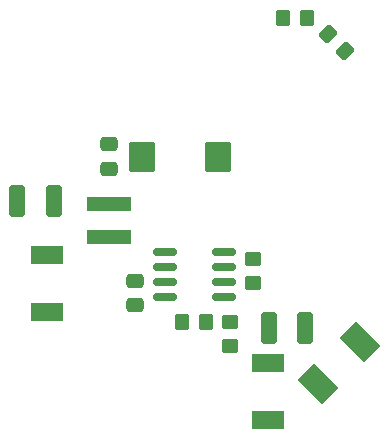
<source format=gbr>
%TF.GenerationSoftware,KiCad,Pcbnew,(6.0.9)*%
%TF.CreationDate,2024-03-01T19:09:02+01:00*%
%TF.ProjectId,HMW-IO-12-FM,484d572d-494f-42d3-9132-2d464d2e6b69,rev?*%
%TF.SameCoordinates,Original*%
%TF.FileFunction,Paste,Top*%
%TF.FilePolarity,Positive*%
%FSLAX46Y46*%
G04 Gerber Fmt 4.6, Leading zero omitted, Abs format (unit mm)*
G04 Created by KiCad (PCBNEW (6.0.9)) date 2024-03-01 19:09:02*
%MOMM*%
%LPD*%
G01*
G04 APERTURE LIST*
G04 Aperture macros list*
%AMRoundRect*
0 Rectangle with rounded corners*
0 $1 Rounding radius*
0 $2 $3 $4 $5 $6 $7 $8 $9 X,Y pos of 4 corners*
0 Add a 4 corners polygon primitive as box body*
4,1,4,$2,$3,$4,$5,$6,$7,$8,$9,$2,$3,0*
0 Add four circle primitives for the rounded corners*
1,1,$1+$1,$2,$3*
1,1,$1+$1,$4,$5*
1,1,$1+$1,$6,$7*
1,1,$1+$1,$8,$9*
0 Add four rect primitives between the rounded corners*
20,1,$1+$1,$2,$3,$4,$5,0*
20,1,$1+$1,$4,$5,$6,$7,0*
20,1,$1+$1,$6,$7,$8,$9,0*
20,1,$1+$1,$8,$9,$2,$3,0*%
%AMRotRect*
0 Rectangle, with rotation*
0 The origin of the aperture is its center*
0 $1 length*
0 $2 width*
0 $3 Rotation angle, in degrees counterclockwise*
0 Add horizontal line*
21,1,$1,$2,0,0,$3*%
G04 Aperture macros list end*
%ADD10RotRect,2.020000X2.950000X225.000000*%
%ADD11R,2.700000X1.500000*%
%ADD12RoundRect,0.250000X-0.548008X-0.088388X-0.088388X-0.548008X0.548008X0.088388X0.088388X0.548008X0*%
%ADD13RoundRect,0.250000X-0.475000X0.337500X-0.475000X-0.337500X0.475000X-0.337500X0.475000X0.337500X0*%
%ADD14R,3.700000X1.200000*%
%ADD15RoundRect,0.250000X0.450000X-0.350000X0.450000X0.350000X-0.450000X0.350000X-0.450000X-0.350000X0*%
%ADD16RoundRect,0.250000X-0.350000X-0.450000X0.350000X-0.450000X0.350000X0.450000X-0.350000X0.450000X0*%
%ADD17RoundRect,0.250000X-0.875000X-1.025000X0.875000X-1.025000X0.875000X1.025000X-0.875000X1.025000X0*%
%ADD18RoundRect,0.250000X0.350000X0.450000X-0.350000X0.450000X-0.350000X-0.450000X0.350000X-0.450000X0*%
%ADD19RoundRect,0.250000X0.412500X1.100000X-0.412500X1.100000X-0.412500X-1.100000X0.412500X-1.100000X0*%
%ADD20RoundRect,0.150000X-0.825000X-0.150000X0.825000X-0.150000X0.825000X0.150000X-0.825000X0.150000X0*%
%ADD21RoundRect,0.250000X-0.412500X-1.100000X0.412500X-1.100000X0.412500X1.100000X-0.412500X1.100000X0*%
G04 APERTURE END LIST*
D10*
%TO.C,SI1*%
X166750000Y-85464466D03*
X163214466Y-89000000D03*
%TD*%
D11*
%TO.C,D3*%
X140250000Y-78100000D03*
X140250000Y-82900000D03*
%TD*%
D12*
%TO.C,D1*%
X164075216Y-59375216D03*
X165524784Y-60824784D03*
%TD*%
D13*
%TO.C,C19*%
X147750000Y-80250000D03*
X147750000Y-82325000D03*
%TD*%
D14*
%TO.C,L1*%
X145500000Y-73700000D03*
X145500000Y-76500000D03*
%TD*%
D11*
%TO.C,D2*%
X159000000Y-87200000D03*
X159000000Y-92000000D03*
%TD*%
D15*
%TO.C,R16*%
X157750000Y-80400000D03*
X157750000Y-78400000D03*
%TD*%
D16*
%TO.C,R14*%
X160300000Y-58000000D03*
X162300000Y-58000000D03*
%TD*%
D13*
%TO.C,C21*%
X145500000Y-68675000D03*
X145500000Y-70750000D03*
%TD*%
D17*
%TO.C,C20*%
X148350000Y-69750000D03*
X154750000Y-69750000D03*
%TD*%
D18*
%TO.C,R18*%
X153750000Y-83750000D03*
X151750000Y-83750000D03*
%TD*%
D19*
%TO.C,C22*%
X140875000Y-73500000D03*
X137750000Y-73500000D03*
%TD*%
D20*
%TO.C,IC4*%
X150275000Y-77845000D03*
X150275000Y-79115000D03*
X150275000Y-80385000D03*
X150275000Y-81655000D03*
X155225000Y-81655000D03*
X155225000Y-80385000D03*
X155225000Y-79115000D03*
X155225000Y-77845000D03*
%TD*%
D15*
%TO.C,R17*%
X155750000Y-85750000D03*
X155750000Y-83750000D03*
%TD*%
D21*
%TO.C,C18*%
X159037500Y-84250000D03*
X162162500Y-84250000D03*
%TD*%
M02*

</source>
